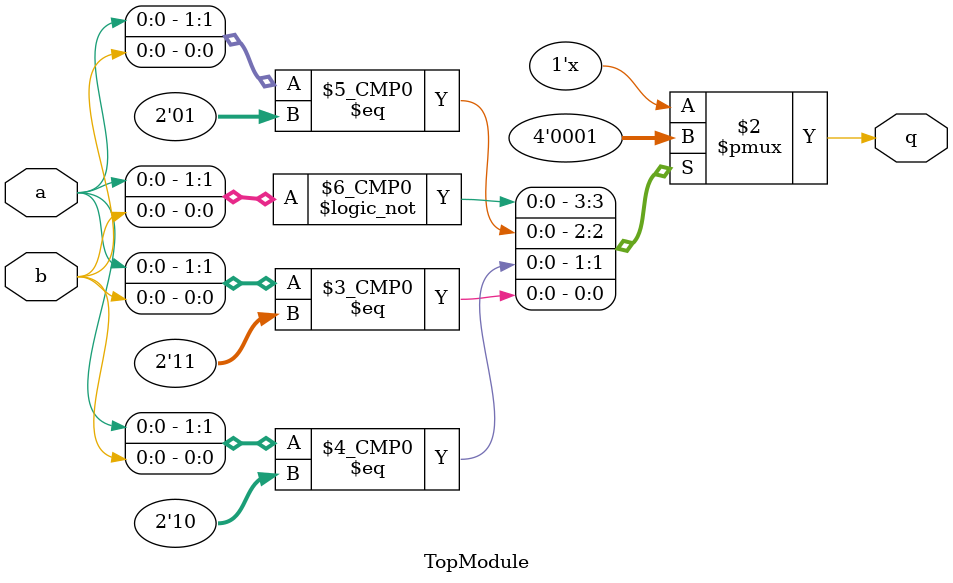
<source format=sv>
module TopModule (
    input logic a,        // Input signal a (1-bit)
    input logic b,        // Input signal b (1-bit)
    output logic q        // Output signal q (1-bit)
);

always @(*) begin
    case ({a, b})
        2'b00: q = 1'b0;
        2'b01: q = 1'b0;
        2'b10: q = 1'b0;
        2'b11: q = 1'b1;
        default: q = 1'b0; // Fallback to ensure q is defined for all input combinations
    endcase
end

endmodule
</source>
